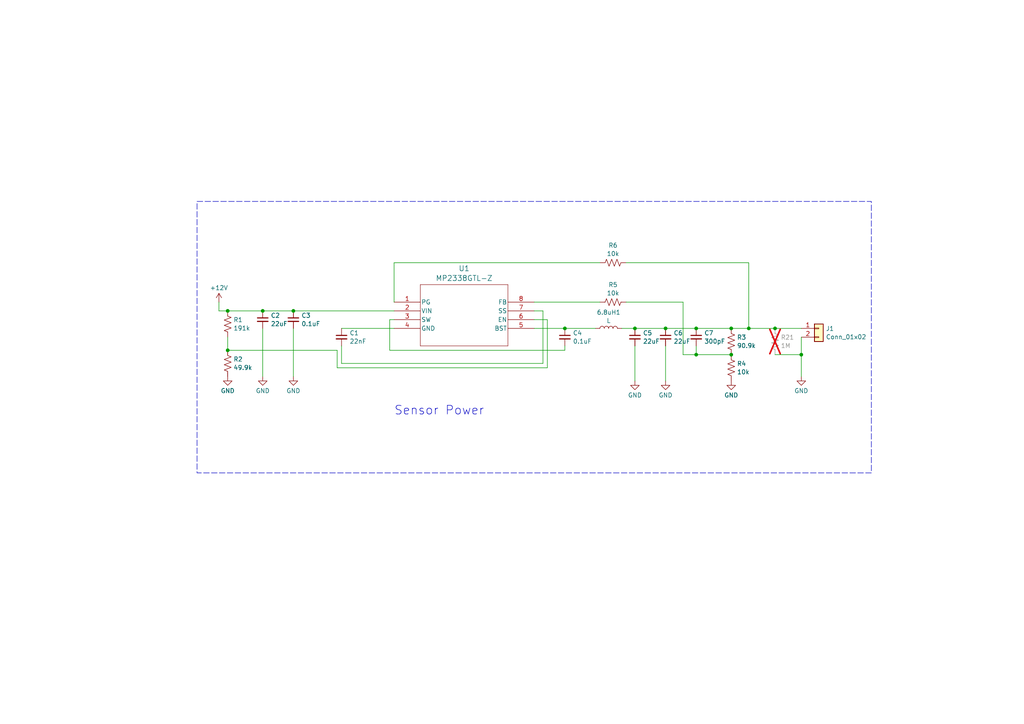
<source format=kicad_sch>
(kicad_sch (version 20230121) (generator eeschema)
  (paper "A4")
  (title_block (title "Sensors Power") (date "2025-02-24") (rev "v1.0") (company "By: Omkar Kulkarni"))
  (lib_symbols
    (symbol "Connector_Generic:Conn_01x02" (pin_names (offset 1.016) hide)
      (property "Reference" "J" (at 0 2.54 0))
      (property "Value" "Conn_01x02" (at 0 -5.08 0))
      (symbol "Conn_01x02_1_1"
        (rectangle (start -1.27 -2.413) (end 0 -2.667) (stroke (width 0.1524)))
        (rectangle (start -1.27 0.127) (end 0 -0.127) (stroke (width 0.1524)))
        (rectangle (start -1.27 1.27) (end 1.27 -3.81) (stroke (width 0.254)) (fill (type background)))
        (pin passive line (at -5.08 0 0) (length 3.81) (name "Pin_1") (number "1"))
        (pin passive line (at -5.08 -2.54 0) (length 3.81) (name "Pin_2") (number "2"))
      )
    )
    (symbol "Device:C_Small" (pin_numbers hide) (pin_names (offset 0.254) hide)
      (property "Reference" "C" (at 0.254 1.778 0))
      (property "Value" "C_Small" (at 0.254 -2.032 0))
      (symbol "C_Small_0_1"
        (polyline (pts (xy -1.524 -0.508) (xy 1.524 -0.508)) (stroke (width 0.3302)))
        (polyline (pts (xy -1.524 0.508) (xy 1.524 0.508)) (stroke (width 0.3048)))
      )
      (symbol "C_Small_1_1"
        (pin passive line (at 0 2.54 270) (length 2.032) (name "~") (number "1"))
        (pin passive line (at 0 -2.54 90) (length 2.032) (name "~") (number "2"))
      )
    )
    (symbol "Device:R_US" (pin_numbers hide) (pin_names (offset 0))
      (property "Reference" "R" (at 2.54 0 90))
      (property "Value" "R_US" (at -2.54 0 90))
      (symbol "R_US_0_1"
        (polyline (pts (xy 0 -2.286) (xy 0 -2.54)))
        (polyline (pts (xy 0 2.286) (xy 0 2.54)))
        (polyline (pts (xy 0 -0.762) (xy 1.016 -1.143) (xy 0 -1.524) (xy -1.016 -1.905) (xy 0 -2.286)))
        (polyline (pts (xy 0 0.762) (xy 1.016 0.381) (xy 0 0) (xy -1.016 -0.381) (xy 0 -0.762)))
        (polyline (pts (xy 0 2.286) (xy 1.016 1.905) (xy 0 1.524) (xy -1.016 1.143) (xy 0 0.762)))
      )
      (symbol "R_US_1_1"
        (pin passive line (at 0 3.81 270) (length 1.27) (name "~") (number "1"))
        (pin passive line (at 0 -3.81 90) (length 1.27) (name "~") (number "2"))
      )
    )
    (symbol "MP2338GTL-Z:MP2338GTL-Z" (pin_names (offset 0.254))
      (property "Reference" "U" (at 20.32 10.16 0))
      (property "Value" "MP2338GTL-Z" (at 20.32 7.62 0))
      (symbol "MP2338GTL-Z_0_1"
        (polyline (pts (xy 7.62 -12.7) (xy 33.02 -12.7)) (stroke (width 0.127)))
        (polyline (pts (xy 7.62 5.08) (xy 7.62 -12.7)) (stroke (width 0.127)))
        (polyline (pts (xy 33.02 -12.7) (xy 33.02 5.08)) (stroke (width 0.127)))
        (polyline (pts (xy 33.02 5.08) (xy 7.62 5.08)) (stroke (width 0.127)))
        (pin output line (at 0 0 0) (length 7.62) (name "PG") (number "1"))
        (pin power_in line (at 0 -2.54 0) (length 7.62) (name "VIN") (number "2"))
        (pin output line (at 0 -5.08 0) (length 7.62) (name "SW") (number "3"))
        (pin power_in line (at 0 -7.62 0) (length 7.62) (name "GND") (number "4"))
        (pin power_in line (at 40.64 -7.62 180) (length 7.62) (name "BST") (number "5"))
        (pin input line (at 40.64 -5.08 180) (length 7.62) (name "EN") (number "6"))
        (pin output line (at 40.64 0 180) (length 7.62) (name "FB") (number "8"))
      )
      (symbol "MP2338GTL-Z_1_1"
        (pin input line (at 40.64 -2.54 180) (length 7.62) (name "SS") (number "7"))
      )
    )
    (symbol "device:L" (pin_numbers hide) (pin_names (offset 1.016) hide)
      (property "Reference" "L" (at -1.27 0 90))
      (property "Value" "L" (at 1.905 0 90))
      (symbol "L_0_1"
        (arc (start 0 -2.54) (mid 0.6323 -1.905) (end 0 -1.27))
        (arc (start 0 -1.27) (mid 0.6323 -0.635) (end 0 0))
        (arc (start 0 0) (mid 0.6323 0.635) (end 0 1.27))
        (arc (start 0 1.27) (mid 0.6323 1.905) (end 0 2.54))
      )
      (symbol "L_1_1"
        (pin passive line (at 0 3.81 270) (length 1.27) (name "1") (number "1"))
        (pin passive line (at 0 -3.81 90) (length 1.27) (name "2") (number "2"))
      )
    )
    (symbol "power:+12V" (power) (pin_names (offset 0))
      (property "Value" "+12V" (at 0 3.556 0))
      (symbol "+12V_0_1"
        (polyline (pts (xy -0.762 1.27) (xy 0 2.54)))
        (polyline (pts (xy 0 0) (xy 0 2.54)))
        (polyline (pts (xy 0 2.54) (xy 0.762 1.27)))
      )
      (symbol "+12V_1_1"
        (pin power_in line (at 0 0 90) (length 0) hide (name "+12V") (number "1"))
      )
    )
    (symbol "power:GND" (power) (pin_names (offset 0))
      (property "Value" "GND" (at 0 -3.81 0))
      (symbol "GND_0_1"
        (polyline (pts (xy 0 0) (xy 0 -1.27) (xy 1.27 -1.27) (xy 0 -2.54) (xy -1.27 -1.27) (xy 0 -1.27)))
      )
      (symbol "GND_1_1"
        (pin power_in line (at 0 0 270) (length 0) hide (name "GND") (number "1"))
      )
    )
  )
  (junction (at 66.04 101.6))
  (junction (at 193.04 95.25))
  (junction (at 201.93 95.25))
  (junction (at 184.15 95.25))
  (junction (at 232.41 102.87))
  (junction (at 212.09 95.25))
  (junction (at 66.04 90.17))
  (junction (at 224.79 95.25))
  (junction (at 217.17 95.25))
  (junction (at 201.93 102.87))
  (junction (at 163.83 95.25))
  (junction (at 76.2 90.17))
  (junction (at 85.09 90.17))
  (junction (at 212.09 102.87))
  (wire (pts (xy 212.09 95.25) (xy 217.17 95.25)))
  (wire (pts (xy 198.12 87.63) (xy 198.12 102.87)))
  (wire (pts (xy 224.79 95.25) (xy 232.41 95.25)))
  (wire (pts (xy 114.3 87.63) (xy 114.3 76.2)))
  (wire (pts (xy 184.15 95.25) (xy 193.04 95.25)))
  (wire (pts (xy 113.03 92.71) (xy 114.3 92.71)))
  (wire (pts (xy 63.5 90.17) (xy 66.04 90.17)))
  (wire (pts (xy 158.75 106.68) (xy 158.75 92.71)))
  (wire (pts (xy 217.17 95.25) (xy 224.79 95.25)))
  (wire (pts (xy 181.61 87.63) (xy 198.12 87.63)))
  (wire (pts (xy 232.41 97.79) (xy 232.41 102.87)))
  (wire (pts (xy 217.17 76.2) (xy 217.17 95.25)))
  (wire (pts (xy 63.5 87.63) (xy 63.5 90.17)))
  (wire (pts (xy 158.75 92.71) (xy 154.94 92.71)))
  (wire (pts (xy 76.2 95.25) (xy 76.2 109.22)))
  (wire (pts (xy 163.83 100.33) (xy 163.83 101.6)))
  (wire (pts (xy 201.93 102.87) (xy 212.09 102.87)))
  (wire (pts (xy 163.83 95.25) (xy 154.94 95.25)))
  (wire (pts (xy 113.03 101.6) (xy 113.03 92.71)))
  (wire (pts (xy 201.93 95.25) (xy 212.09 95.25)))
  (wire (pts (xy 66.04 90.17) (xy 76.2 90.17)))
  (wire (pts (xy 198.12 102.87) (xy 201.93 102.87)))
  (wire (pts (xy 85.09 95.25) (xy 85.09 109.22)))
  (wire (pts (xy 76.2 90.17) (xy 85.09 90.17)))
  (wire (pts (xy 99.06 100.33) (xy 99.06 105.41)))
  (wire (pts (xy 99.06 95.25) (xy 114.3 95.25)))
  (wire (pts (xy 193.04 95.25) (xy 201.93 95.25)))
  (wire (pts (xy 163.83 95.25) (xy 172.72 95.25)))
  (wire (pts (xy 97.79 101.6) (xy 97.79 106.68)))
  (wire (pts (xy 224.79 102.87) (xy 232.41 102.87)))
  (wire (pts (xy 99.06 105.41) (xy 157.48 105.41)))
  (wire (pts (xy 66.04 97.79) (xy 66.04 101.6)))
  (wire (pts (xy 180.34 95.25) (xy 184.15 95.25)))
  (wire (pts (xy 157.48 90.17) (xy 154.94 90.17)))
  (wire (pts (xy 66.04 101.6) (xy 97.79 101.6)))
  (wire (pts (xy 157.48 105.41) (xy 157.48 90.17)))
  (wire (pts (xy 113.03 101.6) (xy 163.83 101.6)))
  (wire (pts (xy 97.79 106.68) (xy 158.75 106.68)))
  (wire (pts (xy 114.3 76.2) (xy 173.99 76.2)))
  (wire (pts (xy 85.09 90.17) (xy 114.3 90.17)))
  (wire (pts (xy 201.93 100.33) (xy 201.93 102.87)))
  (wire (pts (xy 154.94 87.63) (xy 173.99 87.63)))
  (wire (pts (xy 184.15 100.33) (xy 184.15 110.49)))
  (wire (pts (xy 181.61 76.2) (xy 217.17 76.2)))
  (wire (pts (xy 232.41 102.87) (xy 232.41 109.22)))
  (wire (pts (xy 193.04 100.33) (xy 193.04 110.49)))
  (rectangle (start 57.15 58.42) (end 252.73 137.16) (stroke (width 0) (type dash)))
  (text "Sensor Power" (at 114.3 120.65 0) (effects (font (size 2.54 2.54)) (justify left bottom)))
  (symbol (lib_id "Device:C_Small") (at 193.04 97.79 0) (unit 1)
    (property "Reference" "C6" (at 195.3641 96.5842 0) (effects (justify left)))
    (property "Value" "22uF" (at 195.3641 99.0084 0) (effects (justify left)))
    (instances (project "power_v1.0" (path "" (reference "C6") (unit 1)) (path "" (reference "C13") (unit 1)) (path "" (reference "C6") (unit 1))))
  )
  (symbol (lib_id "Device:R_US") (at 212.09 99.06 0) (unit 1)
    (property "Reference" "R3" (at 213.741 97.8479 0) (effects (justify left)))
    (property "Value" "90.9k" (at 213.741 100.2721 0) (effects (justify left)))
    (instances (project "power_v1.0" (path "" (reference "R3") (unit 1)) (path "" (reference "R11") (unit 1)) (path "" (reference "R5") (unit 1))))
  )
  (symbol (lib_id "power:GND") (at 85.09 109.22 0) (unit 1)
    (property "Reference" "#PWR02" (effects hide))
    (property "Value" "GND" (at 85.09 113.3531 0))
    (instances (project "power_v1.0" (path "" (reference "#PWR02") (unit 1)) (path "" (reference "#PWR012") (unit 1)) (path "" (reference "#PWR04") (unit 1))))
  )
  (symbol (lib_id "MP2338GTL-Z:MP2338GTL-Z") (at 114.3 87.63 0) (unit 1)
    (property "Reference" "U1" (at 134.62 77.8563 0) (effects (font (size 1.524 1.524))))
    (property "Value" "MP2338GTL-Z" (at 134.62 80.6891 0) (effects (font (size 1.524 1.524))))
    (property "Footprint" "SOT583_MP2338_MNP" (effects hide))
    (property "Datasheet" "MP2338GTL-Z" (effects hide))
    (instances (project "power_v1.0" (path "" (reference "U1") (unit 1)) (path "" (reference "U2") (unit 1)) (path "" (reference "U1") (unit 1))))
  )
  (symbol (lib_id "Device:C_Small") (at 99.06 97.79 0) (unit 1)
    (property "Reference" "C1" (at 101.3841 96.5842 0) (effects (justify left)))
    (property "Value" "22nF" (at 101.3841 99.0084 0) (effects (justify left)))
    (instances (project "power_v1.0" (path "" (reference "C1") (unit 1)) (path "" (reference "C10") (unit 1)) (path "" (reference "C3") (unit 1))))
  )
  (symbol (lib_id "Device:C_Small") (at 85.09 92.71 0) (unit 1)
    (property "Reference" "C3" (at 87.4141 91.5042 0) (effects (justify left)))
    (property "Value" "0.1uF" (at 87.4141 93.9284 0) (effects (justify left)))
    (instances (project "power_v1.0" (path "" (reference "C3") (unit 1)) (path "" (reference "C9") (unit 1)) (path "" (reference "C2") (unit 1))))
  )
  (symbol (lib_id "Device:C_Small") (at 201.93 97.79 0) (unit 1)
    (property "Reference" "C7" (at 204.2541 96.5842 0) (effects (justify left)))
    (property "Value" "300pF" (at 204.2541 99.0084 0) (effects (justify left)))
    (instances (project "power_v1.0" (path "" (reference "C7") (unit 1)) (path "" (reference "C14") (unit 1)) (path "" (reference "C7") (unit 1))))
  )
  (symbol (lib_id "Device:C_Small") (at 76.2 92.71 0) (unit 1)
    (property "Reference" "C2" (at 78.5241 91.5042 0) (effects (justify left)))
    (property "Value" "22uF" (at 78.5241 93.9284 0) (effects (justify left)))
    (instances (project "power_v1.0" (path "" (reference "C2") (unit 1)) (path "" (reference "C8") (unit 1)) (path "" (reference "C1") (unit 1))))
  )
  (symbol (lib_id "power:GND") (at 184.15 110.49 0) (unit 1)
    (property "Reference" "#PWR08" (effects hide))
    (property "Value" "GND" (at 184.15 114.6231 0))
    (instances (project "power_v1.0" (path "" (reference "#PWR08") (unit 1)) (path "" (reference "#PWR013") (unit 1)) (path "" (reference "#PWR06") (unit 1))))
  )
  (symbol (lib_id "power:GND") (at 232.41 109.22 0) (unit 1)
    (property "Reference" "#PWR09" (effects hide))
    (property "Value" "GND" (at 232.41 113.3531 0))
    (instances (project "power_v1.0" (path "" (reference "#PWR09") (unit 1)) (path "" (reference "#PWR016") (unit 1)) (path "" (reference "#PWR09") (unit 1))))
  )
  (symbol (lib_id "Device:R_US") (at 224.79 99.06 0) (unit 1) (dnp yes)
    (property "Reference" "R21" (at 226.441 97.8479 0) (effects (justify left)))
    (property "Value" "1M" (at 226.441 100.2721 0) (effects (justify left)))
  )
  (symbol (lib_id "power:GND") (at 66.04 109.22 0) (unit 1)
    (property "Reference" "#PWR04" (effects hide))
    (property "Value" "GND" (at 66.04 113.3531 0))
    (instances (project "power_v1.0" (path "" (reference "#PWR04") (unit 1)) (path "" (reference "#PWR010") (unit 1)) (path "" (reference "#PWR02") (unit 1))))
  )
  (symbol (lib_id "Device:R_US") (at 177.8 87.63 90) (unit 1)
    (property "Reference" "R5" (at 177.8 82.5967 90))
    (property "Value" "10k" (at 177.8 85.0209 90))
    (instances (project "power_v1.0" (path "" (reference "R5") (unit 1)) (path "" (reference "R10") (unit 1)) (path "" (reference "R4") (unit 1))))
  )
  (symbol (lib_id "Device:R_US") (at 66.04 105.41 0) (unit 1)
    (property "Reference" "R2" (at 67.691 104.1979 0) (effects (justify left)))
    (property "Value" "49.9k" (at 67.691 106.6221 0) (effects (justify left)))
    (instances (project "power_v1.0" (path "" (reference "R2") (unit 1)) (path "" (reference "R8") (unit 1)) (path "" (reference "R2") (unit 1))))
  )
  (symbol (lib_id "power:+12V") (at 63.5 87.63 0) (unit 1)
    (property "Reference" "#PWR03" (effects hide))
    (property "Value" "+12V" (at 63.5 83.4969 0))
    (instances (project "power_v1.0" (path "" (reference "#PWR03") (unit 1)) (path "" (reference "#PWR05") (unit 1)) (path "" (reference "#PWR01") (unit 1))))
  )
  (symbol (lib_id "Device:C_Small") (at 163.83 97.79 0) (unit 1)
    (property "Reference" "C4" (at 166.1541 96.5842 0) (effects (justify left)))
    (property "Value" "0.1uF" (at 166.1541 99.0084 0) (effects (justify left)))
    (instances (project "power_v1.0" (path "" (reference "C4") (unit 1)) (path "" (reference "C11") (unit 1)) (path "" (reference "C4") (unit 1))))
  )
  (symbol (lib_id "Device:C_Small") (at 184.15 97.79 0) (unit 1)
    (property "Reference" "C5" (at 186.4741 96.5842 0) (effects (justify left)))
    (property "Value" "22uF" (at 186.4741 99.0084 0) (effects (justify left)))
    (instances (project "power_v1.0" (path "" (reference "C5") (unit 1)) (path "" (reference "C12") (unit 1)) (path "" (reference "C5") (unit 1))))
  )
  (symbol (lib_id "Connector_Generic:Conn_01x02") (at 237.49 95.25 0) (unit 1)
    (property "Reference" "J1" (at 239.522 95.3079 0) (effects (justify left)))
    (property "Value" "Conn_01x02" (at 239.522 97.7321 0) (effects (justify left)))
    (instances (project "power_v1.0" (path "" (reference "J1") (unit 1)) (path "" (reference "J2") (unit 1)) (path "" (reference "J1") (unit 1))))
  )
  (symbol (lib_id "Device:R_US") (at 177.8 76.2 90) (unit 1)
    (property "Reference" "R6" (at 177.8 71.1667 90))
    (property "Value" "10k" (at 177.8 73.5909 90))
    (instances (project "power_v1.0" (path "" (reference "R6") (unit 1)) (path "" (reference "R9") (unit 1)) (path "" (reference "R3") (unit 1))))
  )
  (symbol (lib_id "Device:R_US") (at 66.04 93.98 0) (unit 1)
    (property "Reference" "R1" (at 67.691 92.7679 0) (effects (justify left)))
    (property "Value" "191k" (at 67.691 95.1921 0) (effects (justify left)))
    (instances (project "power_v1.0" (path "" (reference "R1") (unit 1)) (path "" (reference "R7") (unit 1)) (path "" (reference "R1") (unit 1))))
  )
  (symbol (lib_id "power:GND") (at 193.04 110.49 0) (unit 1)
    (property "Reference" "#PWR07" (effects hide))
    (property "Value" "GND" (at 193.04 114.6231 0))
    (instances (project "power_v1.0" (path "" (reference "#PWR07") (unit 1)) (path "" (reference "#PWR014") (unit 1)) (path "" (reference "#PWR07") (unit 1))))
  )
  (symbol (lib_id "power:GND") (at 212.09 110.49 0) (unit 1)
    (property "Reference" "#PWR06" (effects hide))
    (property "Value" "GND" (at 212.09 114.6231 0))
    (instances (project "power_v1.0" (path "" (reference "#PWR06") (unit 1)) (path "" (reference "#PWR015") (unit 1)) (path "" (reference "#PWR08") (unit 1))))
  )
  (symbol (lib_id "device:L") (at 176.53 95.25 90) (unit 1)
    (property "Reference" "6.8uH1" (at 176.53 90.6004 90))
    (property "Value" "L" (at 176.53 93.0246 90))
    (instances (project "power_v1.0" (path "" (reference "6.8uH1") (unit 1)) (path "" (reference "6.8uH2") (unit 1)) (path "" (reference "6.8uH1") (unit 1))))
  )
  (symbol (lib_id "Device:R_US") (at 212.09 106.68 0) (unit 1)
    (property "Reference" "R4" (at 213.741 105.4679 0) (effects (justify left)))
    (property "Value" "10k" (at 213.741 107.8921 0) (effects (justify left)))
    (instances (project "power_v1.0" (path "" (reference "R4") (unit 1)) (path "" (reference "R12") (unit 1)) (path "" (reference "R6") (unit 1))))
  )
  (symbol (lib_id "power:GND") (at 76.2 109.22 0) (unit 1)
    (property "Reference" "#PWR01" (effects hide))
    (property "Value" "GND" (at 76.2 113.3531 0))
    (instances (project "power_v1.0" (path "" (reference "#PWR01") (unit 1)) (path "" (reference "#PWR011") (unit 1)) (path "" (reference "#PWR03") (unit 1))))
  )
)
</source>
